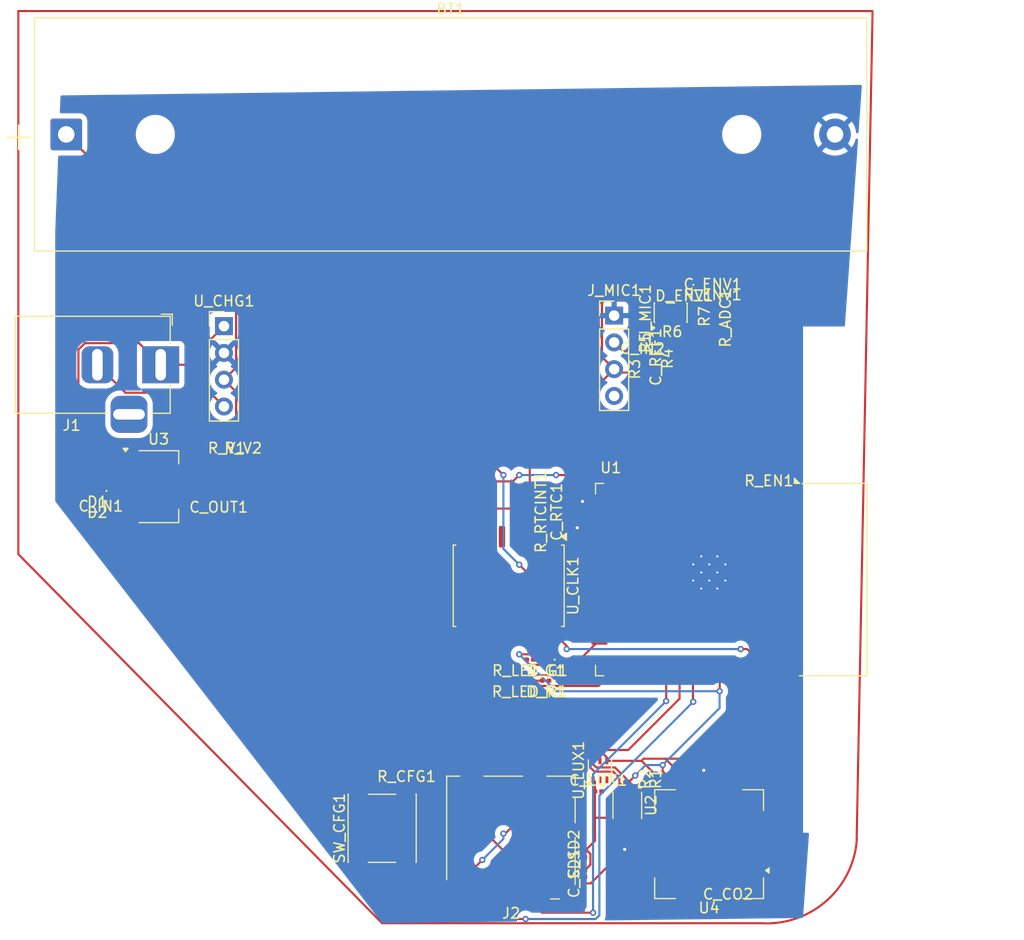
<source format=kicad_pcb>
(kicad_pcb (version 20241229) (generator "pcbnew") (generator_version "9.0")
  (layers (0 "F.Cu" signal) (2 "B.Cu" signal) (13 "F.Paste" user) (15 "B.Paste" user) (5 "F.SilkS" user "F.Silkscreen") (7 "B.SilkS" user "B.Silkscreen") (1 "F.Mask" user) (3 "B.Mask" user) (25 "Edge.Cuts" user))
  (net 0 "")
  (net 1 "GND")
  (net 2 "/VBAT")
  (net 3 "+3V3")
  (net 4 "/MIC_ENV")
  (net 5 "/VREG_IN")
  (net 6 "/MIC_IN_COUP")
  (net 7 "/MIC_IN_AC")
  (net 8 "/VREF_MID")
  (net 9 "/VIN_5V")
  (net 10 "/MIC_AMP_OUT")
  (net 11 "Net-(D_G1-A)")
  (net 12 "Net-(D_R1-A)")
  (net 13 "Net-(U_CHG1-Pin_4)")
  (net 14 "/SPI_MOSI")
  (net 16 "/SPI_CS_SD")
  (net 18 "/SPI_SCK")
  (net 19 "/SPI_MISO")
  (net 20 "/I2C_SDA")
  (net 21 "/I2C_SCL")
  (net 22 "Net-(U_MIC1--)")
  (net 23 "/ADC_MIC")
  (net 24 "/BTN_CFG")
  (net 25 "Net-(U1-EN)")
  (net 26 "/LED_G")
  (net 27 "/LED_R")
  (net 28 "Net-(U1-IO27)")
  (net 29 "/ADC_VBAT")
  (footprint "Diode_SMD:D_0201_0603Metric" (layer "F.Cu") (at 169.155 96.46 180)
    (property "Reference" "D_ENV1")
    (property "Value" "D_Schottky")
  )
  (footprint "Resistor_SMD:R_0201_0603Metric" (layer "F.Cu") (at 166.5 143.32 90)
    (property "Reference" "R2")
    (property "Value" "4.7k")
  )
  (footprint "Resistor_SMD:R_0201_0603Metric" (layer "F.Cu") (at 171.845 98.46)
    (property "Reference" "R_ENV1")
    (property "Value" "100k")
  )
  (footprint "Resistor_SMD:R_0201_0603Metric" (layer "F.Cu") (at 154.5 134 180)
    (property "Reference" "R_LED_R1")
    (property "Value" "1k")
  )
  (footprint "Resistor_SMD:R_0201_0603Metric" (layer "F.Cu") (at 166.5 103.46 -90)
    (property "Reference" "R4")
    (property "Value" "100k")
  )
  (footprint "Resistor_SMD:R_0201_0603Metric" (layer "F.Cu") (at 125.755 113)
    (property "Reference" "R_V1")
    (property "Value" "220k")
  )
  (footprint "Connector_Card:microSD_HC_Molex_104031-0811" (layer "F.Cu") (at 152.73 148.875 180)
    (property "Reference" "J2")
    (property "Value" "Micro_SD_Card")
  )
  (footprint "Resistor_SMD:R_0201_0603Metric" (layer "F.Cu") (at 170 99.46 -90)
    (property "Reference" "R7")
    (property "Value" "100k")
  )
  (footprint "Resistor_SMD:R_0201_0603Metric" (layer "F.Cu") (at 172 99.615 -90)
    (property "Reference" "R_ADC1")
    (property "Value" "1k")
  )
  (footprint "Resistor_SMD:R_0201_0603Metric" (layer "F.Cu") (at 167.5 143.295 90)
    (property "Reference" "R1")
    (property "Value" "4.7k")
  )
  (footprint "Connector_PinHeader_2.54mm:PinHeader_1x04_P2.54mm_Vertical" (layer "F.Cu") (at 125.5 100.38)
    (property "Reference" "U_CHG1")
    (property "Value" "Conn_01x04")
  )
  (footprint "Capacitor_SMD:C_0201_0603Metric" (layer "F.Cu") (at 159.745 152.28 90)
    (property "Reference" "C_SD1")
    (property "Value" "10uF")
  )
  (footprint "Diode_SMD:D_0201_0603Metric" (layer "F.Cu") (at 113.5 116 180)
    (property "Reference" "D1")
    (property "Value" "D_Schottky")
  )
  (footprint "Connector_PinHeader_2.54mm:PinHeader_1x04_P2.54mm_Vertical" (layer "F.Cu") (at 162.5 99.38)
    (property "Reference" "J_MIC1")
    (property "Value" "Conn_01x03_Pin")
  )
  (footprint "Resistor_SMD:R_0201_0603Metric" (layer "F.Cu") (at 166.5 101.96 90)
    (property "Reference" "R5")
    (property "Value" "100k")
  )
  (footprint "Capacitor_SMD:C_0201_0603Metric" (layer "F.Cu") (at 171.845 97.46)
    (property "Reference" "C_ENV1")
    (property "Value" "2.2uF")
  )
  (footprint "Diode_SMD:D_0201_0603Metric" (layer "F.Cu") (at 113.5 117 180)
    (property "Reference" "D2")
    (property "Value" "D_Schottky")
  )
  (footprint "Resistor_SMD:R_0201_0603Metric" (layer "F.Cu") (at 154.525 132 180)
    (property "Reference" "R_LED_G1")
    (property "Value" "1k")
  )
  (footprint "Capacitor_SMD:C_0201_0603Metric" (layer "F.Cu") (at 113.82 118.5)
    (property "Reference" "C_IN1")
    (property "Value" "10uF")
  )
  (footprint "Package_TO_SOT_SMD:SOT-223-3_TabPin2" (layer "F.Cu") (at 119.3 115.6)
    (property "Reference" "U3")
    (property "Value" "AMS1117-3.3")
  )
  (footprint "Capacitor_SMD:C_0201_0603Metric" (layer "F.Cu") (at 167.5 103.305 90)
    (property "Reference" "C_REF1")
    (property "Value" "10uF")
  )
  (footprint "Capacitor_SMD:C_0201_0603Metric" (layer "F.Cu") (at 173.305 155.3)
    (property "Reference" "C_CO2")
    (property "Value" "100nF")
  )
  (footprint "Resistor_SMD:R_0201_0603Metric" (layer "F.Cu") (at 165.5 104.46 90)
    (property "Reference" "R3")
    (property "Value" "100k")
  )
  (footprint "Resistor_SMD:R_0201_0603Metric" (layer "F.Cu") (at 154.5 118 -90)
    (property "Reference" "R_RTCINT1")
    (property "Value" "10k")
  )
  (footprint "Sensor:Sensirion_SCD4x-1EP_10.1x10.1mm_P1.25mm_EP4.8x4.8mm" (layer "F.Cu") (at 171.505 149.5 180)
    (property "Reference" "U4")
    (property "Value" "SCD40-D-R2")
  )
  (footprint "Capacitor_SMD:C_0201_0603Metric" (layer "F.Cu") (at 165.18 101.46 180)
    (property "Reference" "C_IN2")
    (property "Value" "C")
  )
  (footprint "Button_Switch_SMD:SW_SPST_PTS645Sx43SMTR92" (layer "F.Cu") (at 140.5 148 90)
    (property "Reference" "SW_CFG1")
    (property "Value" "SW_Push")
  )
  (footprint "Connector_BarrelJack:BarrelJack_Horizontal" (layer "F.Cu") (at 119.5 104.0425)
    (property "Reference" "J1")
    (property "Value" "Barrel_Jack")
  )
  (footprint "Capacitor_SMD:C_0201_0603Metric" (layer "F.Cu") (at 125 116.5 180)
    (property "Reference" "C_OUT1")
    (property "Value" "10uF")
  )
  (footprint "Resistor_SMD:R_0201_0603Metric" (layer "F.Cu") (at 127.32 113)
    (property "Reference" "R_V2")
    (property "Value" "150k")
  )
  (footprint "LED_SMD:LED_0201_0603Metric" (layer "F.Cu") (at 156 134 180)
    (property "Reference" "D_R1")
    (property "Value" "LED")
  )
  (footprint "Resistor_SMD:R_0201_0603Metric" (layer "F.Cu") (at 177.18 114 180)
    (property "Reference" "R_EN1")
    (property "Value" "10k")
  )
  (footprint "RF_Module:ESP32-WROOM-32" (layer "F.Cu") (at 170.615 124.4175 -90)
    (property "Reference" "U1")
    (property "Value" "ESP32-WROOM-32")
  )
  (footprint "Battery:BatteryHolder_MPD_BH-18650-PC" (layer "F.Cu") (at 110.545 82.2)
    (property "Reference" "BT1")
    (property "Value" "Battery_Cell")
  )
  (footprint "LED_SMD:LED_0201_0603Metric" (layer "F.Cu") (at 156 132 180)
    (property "Reference" "D_G1")
    (property "Value" "LED")
  )
  (footprint "Capacitor_SMD:C_0201_0603Metric" (layer "F.Cu") (at 156 118 -90)
    (property "Reference" "C_RTC1")
    (property "Value" "100nF")
  )
  (footprint "Capacitor_SMD:C_0201_0603Metric" (layer "F.Cu") (at 161 144.5)
    (property "Reference" "C_LUX1")
    (property "Value" "100nF")
  )
  (footprint "Package_TO_SOT_SMD:SOT-23-5" (layer "F.Cu") (at 167.8625 99.0975 90)
    (property "Reference" "U_MIC1")
    (property "Value" "LMV321")
  )
  (footprint "Resistor_SMD:R_0201_0603Metric" (layer "F.Cu") (at 142.81 142.04 180)
    (property "Reference" "R_CFG1")
    (property "Value" "10k")
  )
  (footprint "Package_SO:SOIC-16W_7.5x10.3mm_P1.27mm" (layer "F.Cu") (at 152.5 125 -90)
    (property "Reference" "U_CLK1")
    (property "Value" "DS3231M")
  )
  (footprint "OptoDevice:Lite-On_LTR-303ALS-01" (layer "F.Cu") (at 161.155 142.5 90)
    (property "Reference" "U_LUX1")
    (property "Value" "LTR-303ALS-01")
  )
  (footprint "Sensor_Humidity:Sensirion_DFN-8-1EP_2.5x2.5mm_P0.5mm_EP1.1x1.7mm" (layer "F.Cu") (at 163.75 145.825 -90)
    (property "Reference" "U2")
    (property "Value" "SHT31-DIS")
  )
  (footprint "Capacitor_SMD:C_0201_0603Metric" (layer "F.Cu") (at 159.745 150.445 90)
    (property "Reference" "C_SD2")
    (property "Value" "100nF")
  )
  (footprint "Resistor_SMD:R_0201_0603Metric" (layer "F.Cu") (at 168 101.96)
    (property "Reference" "R6")
    (property "Value" "10k")
  )
  (gr_line (start 187 70.5) (end 106 70.5) (stroke (width 0.2)) (layer "F.Cu") (net 18))
  (gr_arc (start 185.474022 149.502396) (mid 182.465891 155.021297) (end 176.5 157) (stroke (width 0.2)) (layer "F.Cu") (net 18))
  (gr_line (start 140.5 157) (end 176.5 157) (stroke (width 0.2)) (layer "F.Cu") (net 18))
  (gr_line (start 106 70.5) (end 106 122) (stroke (width 0.2)) (layer "F.Cu") (net 18))
  (gr_line (start 185.5 149) (end 187 71) (stroke (width 0.2)) (layer "F.Cu") (net 18))
  (gr_line (start 185.474021 149.502396) (end 185.521298 149) (stroke (width 0.2)) (layer "F.Cu") (net 18))
  (gr_line (start 187 71) (end 187 70.5) (stroke (width 0.2)) (layer "F.Cu") (net 18))
  (gr_line (start 106 122) (end 140.5 157) (stroke (width 0.2)) (layer "F.Cu") (net 18))
  (segment (start 126.651 104.309) (end 125.5 105.46) (width 0.2) (layer "F.Cu") (net 2))
  (segment (start 125.435 113) (end 125.435 112.800001) (width 0.2) (layer "F.Cu") (net 2))
  (segment (start 110.545 82.2) (end 126.651 98.306) (width 0.2) (layer "F.Cu") (net 2))
  (segment (start 126.651 98.306) (end 126.651 104.309) (width 0.2) (layer "F.Cu") (net 2))
  (segment (start 154.405 123.905) (end 153.5 123) (width 0.2) (layer "F.Cu") (net 2))
  (segment (start 126.651 106.611) (end 125.5 105.46) (width 0.2) (layer "F.Cu") (net 2))
  (segment (start 125.435 112.800001) (end 126.617501 111.617501) (width 0.2) (layer "F.Cu") (net 2))
  (segment (start 126.617501 111.617501) (end 149.117501 111.617501) (width 0.2) (layer "F.Cu") (net 2))
  (segment (start 126.651 111.584001) (end 126.651 106.611) (width 0.2) (layer "F.Cu") (net 2))
  (segment (start 126.617501 111.617501) (end 126.651 111.584001) (width 0.2) (layer "F.Cu") (net 2))
  (segment (start 149.117501 111.617501) (end 152 114.5) (width 0.2) (layer "F.Cu") (net 2))
  (segment (start 154.405 129.65) (end 154.405 123.905) (width 0.2) (layer "F.Cu") (net 2))
  (via (at 152 114.5) (size 0.6) (drill 0.3) (layers "F.Cu" "B.Cu") (net 2))
  (via (at 153.5 123) (size 0.6) (drill 0.3) (layers "F.Cu" "B.Cu") (net 2))
  (segment (start 152 114.5) (end 152 121.5) (width 0.2) (layer "B.Cu") (net 2))
  (segment (start 152 121.5) (end 153.5 123) (width 0.2) (layer "B.Cu") (net 2))
  (segment (start 160.68 143.575) (end 160.505 143.4) (width 0.2) (layer "F.Cu") (net 3))
  (segment (start 156 120.025) (end 155.675 120.35) (width 0.2) (layer "F.Cu") (net 3))
  (segment (start 142.791001 141.539) (end 143.42887 141.539) (width 0.2) (layer "F.Cu") (net 3))
  (segment (start 174.404 146.601) (end 174.404 152.399) (width 0.2) (layer "F.Cu") (net 3))
  (segment (start 159.745 150.125) (end 153.05513 150.125) (width 0.2) (layer "F.Cu") (net 3))
  (segment (start 161.54 97.96) (end 166.9125 97.96) (width 0.2) (layer "F.Cu") (net 3))
  (segment (start 159.6905 118.32) (end 160.5105 117.5) (width 0.2) (layer "F.Cu") (net 3))
  (segment (start 172.985 153.88) (end 172.755 153.65) (width 0.2) (layer "F.Cu") (net 3))
  (segment (start 172.755 144.917914) (end 179.616 138.056914) (width 0.2) (layer "F.Cu") (net 3))
  (segment (start 163.5 147) (end 163 147) (width 0.2) (layer "F.Cu") (net 3))
  (segment (start 162.5 104.46) (end 162.82 104.78) (width 0.2) (layer "F.Cu") (net 3))
  (segment (start 152.535 150.64513) (end 152.535 154.325) (width 0.2) (layer "F.Cu") (net 3))
  (segment (start 143.42887 141.539) (end 152.535 150.64513) (width 0.2) (layer "F.Cu") (net 3))
  (segment (start 167.475 143.64) (end 167.5 143.615) (width 0.2) (layer "F.Cu") (net 3))
  (segment (start 172.985 155.3) (end 168.8 155.3) (width 0.2) (layer "F.Cu") (net 3))
  (segment (start 174.404 152.399) (end 173.573914 152.399) (width 0.2) (layer "F.Cu") (net 3))
  (segment (start 162.82 104.78) (end 165.5 104.78) (width 0.2) (layer "F.Cu") (net 3))
  (segment (start 161.349 98.151) (end 161.54 97.96) (width 0.2) (layer "F.Cu") (net 3))
  (segment (start 124.68 116.5) (end 121.5 116.5) (width 0.2) (layer "F.Cu") (net 3))
  (segment (start 160.68 149.19) (end 159.745 150.125) (width 0.2) (layer "F.Cu") (net 3))
  (segment (start 163.5 147.502) (end 163.574 147.576) (width 0.2) (layer "F.Cu") (net 3))
  (segment (start 160.246 151.459) (end 159.745 151.96) (width 0.2) (layer "F.Cu") (net 3))
  (segment (start 163.574 147.576) (end 164.926 147.576) (width 0.2) (layer "F.Cu") (net 3))
  (segment (start 156 118.32) (end 156 120.025) (width 0.2) (layer "F.Cu") (net 3))
  (segment (start 153.05513 150.125) (end 152.535 150.64513) (width 0.2) (layer "F.Cu") (net 3))
  (segment (start 172.755 145.782086) (end 173.573914 146.601) (width 0.2) (layer "F.Cu") (net 3))
  (segment (start 166.5 146.002) (end 166.5 143.64) (width 0.2) (layer "F.Cu") (net 3))
  (segment (start 142.49 141.840001) (end 142.791001 141.539) (width 0.2) (layer "F.Cu") (net 3))
  (segment (start 172.755 153.217914) (end 172.755 153.65) (width 0.2) (layer "F.Cu") (net 3))
  (segment (start 163 147) (end 160.68 147) (width 0.2) (layer "F.Cu") (net 3))
  (segment (start 164.926 147.576) (end 166.001 146.501) (width 0.2) (layer "F.Cu") (net 3))
  (segment (start 156 118.32) (end 159.6905 118.32) (width 0.2) (layer "F.Cu") (net 3))
  (segment (start 159.944999 150.125) (end 159.745 150.125) (width 0.2) (layer "F.Cu") (net 3))
  (segment (start 160.5105 117.5) (end 176.7125 117.5) (width 0.2) (layer "F.Cu") (net 3))
  (segment (start 160.246 150.426001) (end 159.944999 150.125) (width 0.2) (layer "F.Cu") (net 3))
  (segment (start 179.616 118.6385) (end 177.595 116.6175) (width 0.2) (layer "F.Cu") (net 3))
  (segment (start 173.573914 146.601) (end 174.404 146.601) (width 0.2) (layer "F.Cu") (net 3))
  (segment (start 154.65987 117.68) (end 154.5 117.68) (width 0.2) (layer "F.Cu") (net 3))
  (segment (start 116.15 115.6) (end 122.45 115.6) (width 0.2) (layer "F.Cu") (net 3))
  (segment (start 155.29987 118.32) (end 154.65987 117.68) (width 0.2) (layer "F.Cu") (net 3))
  (segment (start 172.755 145.35) (end 172.755 145.782086) (width 0.2) (layer "F.Cu") (net 3))
  (segment (start 154.5 117.68) (end 154.5 112.46) (width 0.2) (layer "F.Cu") (net 3))
  (segment (start 176.7125 117.5) (end 177.595 116.6175) (width 0.2) (layer "F.Cu") (net 3))
  (segment (start 179.616 138.056914) (end 179.616 118.6385) (width 0.2) (layer "F.Cu") (net 3))
  (segment (start 160.68 144.5) (end 160.68 143.575) (width 0.2) (layer "F.Cu") (net 3))
  (segment (start 166.001 146.501) (end 166.5 146.002) (width 0.2) (layer "F.Cu") (net 3))
  (segment (start 173.573914 152.399) (end 172.755 153.217914) (width 0.2) (layer "F.Cu") (net 3))
  (segment (start 162.5 104.46) (end 161.349 103.309) (width 0.2) (layer "F.Cu") (net 3))
  (segment (start 142.49 142.04) (end 142.49 141.840001) (width 0.2) (layer "F.Cu") (net 3))
  (segment (start 168.8 155.3) (end 166.001 152.501) (width 0.2) (layer "F.Cu") (net 3))
  (segment (start 177.595 116.6175) (end 177.595 115.6675) (width 0.2) (layer "F.Cu") (net 3))
  (segment (start 177.5 115.5725) (end 177.595 115.6675) (width 0.2) (layer "F.Cu") (net 3))
  (segment (start 125.660001 117.68) (end 154.5 117.68) (width 0.2) (layer "F.Cu") (net 3))
  (segment (start 156 118.32) (end 155.29987 118.32) (width 0.2) (layer "F.Cu") (net 3))
  (segment (start 160.68 144.5) (end 160.68 147) (width 0.2) (layer "F.Cu") (net 3))
  (segment (start 123.35 116.5) (end 122.45 115.6) (width 0.2) (layer "F.Cu") (net 3))
  (segment (start 166.001 152.501) (end 166.001 146.501) (width 0.2) (layer "F.Cu") (net 3))
  (segment (start 124.68 116.699999) (end 125.660001 117.68) (width 0.2) (layer "F.Cu") (net 3))
  (segment (start 161.349 103.309) (end 161.349 98.151) (width 0.2) (layer "F.Cu") (net 3))
  (segment (start 163.5 147) (end 163.5 147.502) (width 0.2) (layer "F.Cu") (net 3))
  (segment (start 166.5 143.64) (end 167.475 143.64) (width 0.2) (layer "F.Cu") (net 3))
  (segment (start 124.68 116.5) (end 124.68 116.699999) (width 0.2) (layer "F.Cu") (net 3))
  (segment (start 177.5 114) (end 177.5 115.5725) (width 0.2) (layer "F.Cu") (net 3))
  (segment (start 124.68 116.5) (end 123.35 116.5) (width 0.2) (layer "F.Cu") (net 3))
  (segment (start 172.985 155.3) (end 172.985 153.88) (width 0.2) (layer "F.Cu") (net 3))
  (segment (start 160.68 147) (end 160.68 149.19) (width 0.2) (layer "F.Cu") (net 3))
  (segment (start 154.5 112.46) (end 162.5 104.46) (width 0.2) (layer "F.Cu") (net 3))
  (segment (start 172.755 145.35) (end 172.755 144.917914) (width 0.2) (layer "F.Cu") (net 3))
  (segment (start 160.246 150.426001) (end 160.246 151.459) (width 0.2) (layer "F.Cu") (net 3))
  (segment (start 172.165 97.260001) (end 172.165 97.46) (width 0.2) (layer "F.Cu") (net 4))
  (segment (start 171.364999 96.46) (end 172.165 97.260001) (width 0.2) (layer "F.Cu") (net 4))
  (segment (start 172.165 98.46) (end 172.165 97.46) (width 0.2) (layer "F.Cu") (net 4))
  (segment (start 172 99.295) (end 172.165 99.13) (width 0.2) (layer "F.Cu") (net 4))
  (segment (start 169.475 96.46) (end 171.364999 96.46) (width 0.2) (layer "F.Cu") (net 4))
  (segment (start 172.165 99.13) (end 172.165 98.46) (width 0.2) (layer "F.Cu") (net 4))
  (segment (start 115.55 118.5) (end 116.15 117.9) (width 0.2) (layer "F.Cu") (net 5))
  (segment (start 113.82 116) (end 113.82 117) (width 0.2) (layer "F.Cu") (net 5))
  (segment (start 114.14 117.32) (end 114.14 118.5) (width 0.2) (layer "F.Cu") (net 5))
  (segment (start 113.82 117) (end 114.14 117.32) (width 0.2) (layer "F.Cu") (net 5))
  (segment (start 114.14 118.5) (end 115.55 118.5) (width 0.2) (layer "F.Cu") (net 5))
  (segment (start 165.5 101.46) (end 166.32 101.46) (width 0.2) (layer "F.Cu") (net 6))
  (segment (start 166.32 101.46) (end 166.5 101.64) (width 0.2) (layer "F.Cu") (net 6))
  (segment (start 166.5 101.64) (end 166.5 100.6475) (width 0.2) (layer "F.Cu") (net 6))
  (segment (start 166.5 100.6475) (end 166.9125 100.235) (width 0.2) (layer "F.Cu") (net 6))
  (segment (start 163.55 102.77) (end 164.86 101.46) (width 0.2) (layer "F.Cu") (net 7))
  (segment (start 162.5 101.92) (end 163.35 102.77) (width 0.2) (layer "F.Cu") (net 7))
  (segment (start 163.35 102.77) (end 163.55 102.77) (width 0.2) (layer "F.Cu") (net 7))
  (segment (start 166.5 103.14) (end 166.300001 103.14) (width 0.2) (layer "F.Cu") (net 8))
  (segment (start 167.68 102.805) (end 167.5 102.985) (width 0.2) (layer "F.Cu") (net 8))
  (segment (start 166.300001 103.14) (end 165.5 103.940001) (width 0.2) (layer "F.Cu") (net 8))
  (segment (start 166.655 102.985) (end 166.5 103.14) (width 0.2) (layer "F.Cu") (net 8))
  (segment (start 165.5 103.940001) (end 165.5 104.14) (width 0.2) (layer "F.Cu") (net 8))
  (segment (start 167.68 101.96) (end 167.68 102.805) (width 0.2) (layer "F.Cu") (net 8))
  (segment (start 166.5 102.28) (end 166.5 103.14) (width 0.2) (layer "F.Cu") (net 8))
  (segment (start 167.5 102.985) (end 166.655 102.985) (width 0.2) (layer "F.Cu") (net 8))
  (segment (start 117.449 101.9915) (end 112.31466 101.9915) (width 0.2) (layer "F.Cu") (net 9))
  (segment (start 119.5 104.0425) (end 121.8375 104.0425) (width 0.2) (layer "F.Cu") (net 9))
  (segment (start 119.5 104.0425) (end 117.449 101.9915) (width 0.2) (layer "F.Cu") (net 9))
  (segment (start 111.699 114.519) (end 113.18 116) (width 0.2) (layer "F.Cu") (net 9))
  (segment (start 121.8375 104.0425) (end 125.5 100.38) (width 0.2) (layer "F.Cu") (net 9))
  (segment (start 111.699 102.60716) (end 111.699 114.519) (width 0.2) (layer "F.Cu") (net 9))
  (segment (start 112.31466 101.9915) (end 111.699 102.60716) (width 0.2) (layer "F.Cu") (net 9))
  (segment (start 168.8125 97.96) (end 168.8125 96.4825) (width 0.2) (layer "F.Cu") (net 10))
  (segment (start 170 99.14) (end 169.9925 99.14) (width 0.2) (layer "F.Cu") (net 10))
  (segment (start 169.9925 99.14) (end 168.8125 97.96) (width 0.2) (layer "F.Cu") (net 10))
  (segment (start 168.8125 96.4825) (end 168.835 96.46) (width 0.2) (layer "F.Cu") (net 10))
  (segment (start 155.68 132) (end 154.845 132) (width 0.2) (layer "F.Cu") (net 11))
  (segment (start 155.68 134) (end 154.82 134) (width 0.2) (layer "F.Cu") (net 12))
  (segment (start 116.149 106.6915) (end 113.5 104.0425) (width 0.2) (layer "F.Cu") (net 13))
  (segment (start 124.1915 106.6915) (end 116.149 106.6915) (width 0.2) (layer "F.Cu") (net 13))
  (segment (start 125.5 108) (end 124.1915 106.6915) (width 0.2) (layer "F.Cu") (net 13))
  (segment (start 153.986 153.224) (end 160.276 153.224) (width 0.2) (layer "F.Cu") (net 14))
  (segment (start 153.635 154.325) (end 153.635 153.575) (width 0.2) (layer "F.Cu") (net 14))
  (segment (start 153.635 153.575) (end 153.986 153.224) (width 0.2) (layer "F.Cu") (net 14))
  (segment (start 160.276 153.224) (end 163.5 150) (width 0.2) (layer "F.Cu") (net 14))
  (segment (start 177.595 135.905) (end 171 142.5) (width 0.2) (layer "F.Cu") (net 14))
  (segment (start 177.595 133.1675) (end 177.595 135.905) (width 0.2) (layer "F.Cu") (net 14))
  (via (at 163.5 150) (size 0.6) (drill 0.3) (layers "F.Cu" "B.Cu") (net 14))
  (via (at 171 142.5) (size 0.6) (drill 0.3) (layers "F.Cu" "B.Cu") (net 14))
  (segment (start 171 142.5) (end 163.5 150) (width 0.2) (layer "B.Cu") (net 14))
  (segment (start 167.435 133.1675) (end 167.435 135.935) (width 0.2) (layer "F.Cu") (net 16))
  (segment (start 155.66 156) (end 154.735 155.075) (width 0.2) (layer "F.Cu") (net 16))
  (segment (start 154.735 155.075) (end 154.735 154.325) (width 0.2) (layer "F.Cu") (net 16))
  (segment (start 160.5 156) (end 155.66 156) (width 0.2) (layer "F.Cu") (net 16))
  (via (at 160.5 156) (size 0.6) (drill 0.3) (layers "F.Cu" "B.Cu") (net 16))
  (via (at 167.435 135.935) (size 0.6) (drill 0.3) (layers "F.Cu" "B.Cu") (net 16))
  (segment (start 167.435 135.935) (end 160.5 142.87) (width 0.2) (layer "B.Cu") (net 16))
  (segment (start 160.5 142.87) (end 160.5 156) (width 0.2) (layer "B.Cu") (net 16))
  (segment (start 169.975 133.1675) (end 169.975 135.975) (width 0.2) (layer "F.Cu") (net 18))
  (segment (start 154.101 156.601) (end 152.961 156.601) (width 0.2) (layer "F.Cu") (net 18))
  (segment (start 169.975 135.975) (end 170 136) (width 0.2) (layer "F.Cu") (net 18))
  (segment (start 151.435 155.075) (end 151.435 154.325) (width 0.2) (layer "F.Cu") (net 18))
  (segment (start 152.961 156.601) (end 151.435 155.075) (width 0.2) (layer "F.Cu") (net 18))
  (via (at 170 136) (size 0.6) (drill 0.3) (layers "F.Cu" "B.Cu") (net 18))
  (via (at 154.101 156.601) (size 0.6) (drill 0.3) (layers "F.Cu" "B.Cu") (net 18))
  (segment (start 160.748943 156.601) (end 154.101 156.601) (width 0.2) (layer "B.Cu") (net 18))
  (segment (start 161.101 144.899) (end 161.101 156.248943) (width 0.2) (layer "B.Cu") (net 18))
  (segment (start 161.101 156.248943) (end 160.748943 156.601) (width 0.2) (layer "B.Cu") (net 18))
  (segment (start 170 136) (end 161.101 144.899) (width 0.2) (layer "B.Cu") (net 18))
  (segment (start 160.106076 140.573) (end 152.179076 148.5) (width 0.2) (layer "F.Cu") (net 19))
  (segment (start 149.235 154.325) (end 149.235 151.765) (width 0.2) (layer "F.Cu") (net 19))
  (segment (start 149.235 151.765) (end 150 151) (width 0.2) (layer "F.Cu") (net 19))
  (segment (start 163.837 140.573) (end 160.106076 140.573) (width 0.2) (layer "F.Cu") (net 19))
  (segment (start 152 148.5) (end 152.179076 148.5) (width 0.2) (layer "F.Cu") (net 19))
  (segment (start 168.705 135.705) (end 163.837 140.573) (width 0.2) (layer "F.Cu") (net 19))
  (segment (start 168.705 133.1675) (end 168.705 135.705) (width 0.2) (layer "F.Cu") (net 19))
  (via (at 150 151) (size 0.6) (drill 0.3) (layers "F.Cu" "B.Cu") (net 19))
  (via (at 152 148.5) (size 0.6) (drill 0.3) (layers "F.Cu" "B.Cu") (net 19))
  (segment (start 152 149) (end 152 148.5) (width 0.2) (layer "B.Cu") (net 19))
  (segment (start 150 151) (end 152 149) (width 0.2) (layer "B.Cu") (net 19))
  (segment (start 164.5 144.65) (end 164.5 144.148) (width 0.2) (layer "F.Cu") (net 20))
  (segment (start 154.5 131.5) (end 153.5 131.5) (width 0.2) (layer "F.Cu") (net 20))
  (segment (start 167.5 142.975) (end 167.475 142.975) (width 0.2) (layer "F.Cu") (net 20))
  (segment (start 164.5 144.148) (end 163.926 143.574) (width 0.2) (layer "F.Cu") (net 20))
  (segment (start 160.806001 142.226) (end 160.505 141.924999) (width 0.2) (layer "F.Cu") (net 20))
  (segment (start 155.675 130.325) (end 154.5 131.5) (width 0.2) (layer "F.Cu") (net 20))
  (segment (start 163.926 143.574) (end 164.5 143) (width 0.2) (layer "F.Cu") (net 20))
  (segment (start 167.475 142.975) (end 167.101 142.601) (width 0.2) (layer "F.Cu") (net 20))
  (segment (start 172.5 135) (end 172.515 134.985) (width 0.2) (layer "F.Cu") (net 20))
  (segment (start 160.505 141.924999) (end 160.505 141.6) (width 0.2) (layer "F.Cu") (net 20))
  (segment (start 162.578 142.226) (end 160.806001 142.226) (width 0.2) (layer "F.Cu") (net 20))
  (segment (start 169.005 144.280001) (end 167.699999 142.975) (width 0.2) (layer "F.Cu") (net 20))
  (segment (start 155.675 129.65) (end 155.675 130.325) (width 0.2) (layer "F.Cu") (net 20))
  (segment (start 167.699999 142.975) (end 167.5 142.975) (width 0.2) (layer "F.Cu") (net 20))
  (segment (start 163.926 143.574) (end 162.578 142.226) (width 0.2) (layer "F.Cu") (net 20))
  (segment (start 172.515 133.1675) (end 172.515 134.985) (width 0.2) (layer "F.Cu") (net 20))
  (segment (start 167.101 142.601) (end 167.101 142) (width 0.2) (layer "F.Cu") (net 20))
  (segment (start 169.005 145.35) (end 169.005 144.280001) (width 0.2) (layer "F.Cu") (net 20))
  (via (at 167.101 142) (size 0.6) (drill 0.3) (layers "F.Cu" "B.Cu") (net 20))
  (via (at 164.5 143) (size 0.6) (drill 0.3) (layers "F.Cu" "B.Cu") (net 20))
  (via (at 153.5 131.5) (size 0.6) (drill 0.3) (layers "F.Cu" "B.Cu") (net 20))
  (via (at 172.5 135) (size 0.6) (drill 0.3) (layers "F.Cu" "B.Cu") (net 20))
  (segment (start 153.5 131.5) (end 157 135) (width 0.2) (layer "B.Cu") (net 20))
  (segment (start 172.5 136.601) (end 167.101 142) (width 0.2) (layer "B.Cu") (net 20))
  (segment (start 164.5 143) (end 165.5 142) (width 0.2) (layer "B.Cu") (net 20))
  (segment (start 172.5 135) (end 172.5 136.601) (width 0.2) (layer "B.Cu") (net 20))
  (segment (start 165.5 142) (end 167.101 142) (width 0.2) (layer "B.Cu") (net 20))
  (segment (start 157 135) (end 172.5 135) (width 0.2) (layer "B.Cu") (net 20))
  (segment (start 163 144.65) (end 163 143.2151) (width 0.2) (layer "F.Cu") (net 21))
  (segment (start 165.301 141.399) (end 165.1 141.6) (width 0.2) (layer "F.Cu") (net 21))
  (segment (start 176.325 134.1175) (end 176.325 133.1675) (width 0.2) (layer "F.Cu") (net 21))
  (segment (start 170.255 145.35) (end 170.255 144.304057) (width 0.2) (layer "F.Cu") (net 21))
  (segment (start 170.255 144.304057) (end 167.349943 141.399) (width 0.2) (layer "F.Cu") (net 21))
  (segment (start 160.272176 140.974) (end 161.503999 140.974) (width 0.2) (layer "F.Cu") (net 21))
  (segment (start 160.639901 142.627) (end 160.054 142.041099) (width 0.2) (layer "F.Cu") (net 21))
  (segment (start 175.1075 131) (end 176.325 132.2175) (width 0.2) (layer "F.Cu") (net 21))
  (segment (start 167.349943 141.399) (end 165.301 141.399) (width 0.2) (layer "F.Cu") (net 21))
  (segment (start 169.0435 141.399) (end 176.325 134.1175) (width 0.2) (layer "F.Cu") (net 21))
  (segment (start 158 130.705) (end 158 131) (width 0.2) (layer "F.Cu") (net 21))
  (segment (start 160.054 141.192176) (end 160.272176 140.974) (width 0.2) (layer "F.Cu") (net 21))
  (segment (start 176.325 132.2175) (end 176.325 133.1675) (width 0.2) (layer "F.Cu") (net 21))
  (segment (start 161.805 141.6) (end 165.1 141.6) (width 0.2) (layer "F.Cu") (net 21))
  (segment (start 162.4119 142.627) (end 160.639901 142.627) (width 0.2) (layer "F.Cu") (net 21))
  (segment (start 160.054 142.041099) (end 160.054 141.192176) (width 0.2) (layer "F.Cu") (net 21))
  (segment (start 156.945 129.65) (end 158 130.705) (width 0.2) (layer "F.Cu") (net 21))
  (segment (start 161.805 141.275001) (end 161.805 141.6) (width 0.2) (layer "F.Cu") (net 21))
  (segment (start 165.1 141.6) (end 166.5 143) (width 0.2) (layer "F.Cu") (net 21))
  (segment (start 167.349943 141.399) (end 169.0435 141.399) (width 0.2) (layer "F.Cu") (net 21))
  (segment (start 174.5 131) (end 175.1075 131) (width 0.2) (layer "F.Cu") (net 21))
  (segment (start 163 143.2151) (end 162.4119 142.627) (width 0.2) (layer "F.Cu") (net 21))
  (segment (start 161.503999 140.974) (end 161.805 141.275001) (width 0.2) (layer "F.Cu") (net 21))
  (via (at 158 131) (size 0.6) (drill 0.3) (layers "F.Cu" "B.Cu") (net 21))
  (via (at 174.5 131) (size 0.6) (drill 0.3) (layers "F.Cu" "B.Cu") (net 21))
  (segment (start 158 131) (end 174.5 131) (width 0.2) (layer "B.Cu") (net 21))
  (segment (start 169.2675 99.78) (end 168.8125 100.235) (width 0.2) (layer "F.Cu") (net 22))
  (segment (start 170 99.78) (end 169.2675 99.78) (width 0.2) (layer "F.Cu") (net 22))
  (segment (start 168.8125 101.4675) (end 168.32 101.96) (width 0.2) (layer "F.Cu") (net 22))
  (segment (start 168.8125 100.235) (end 168.8125 101.4675) (width 0.2) (layer "F.Cu") (net 22))
  (segment (start 172 99.935) (end 172 115.1525) (width 0.2) (layer "F.Cu") (net 23))
  (segment (start 172 115.1525) (end 172.515 115.6675) (width 0.2) (layer "F.Cu") (net 23))
  (segment (start 141.959 141.77113) (end 149.22913 134.501) (width 0.2) (layer "F.Cu") (net 24))
  (segment (start 142.75 144.02) (end 141.959 143.229) (width 0.2) (layer "F.Cu") (net 24))
  (segment (start 141.959 143.229) (end 141.959 141.77113) (width 0.2) (layer "F.Cu") (net 24))
  (segment (start 149.22913 134.501) (end 161.0215 134.501) (width 0.2) (layer "F.Cu") (net 24))
  (segment (start 143.13 143.64) (end 143.13 142.04) (width 0.2) (layer "F.Cu") (net 24))
  (segment (start 142.75 144.02) (end 143.13 143.64) (width 0.2) (layer "F.Cu") (net 24))
  (segment (start 161.0215 134.501) (end 162.355 133.1675) (width 0.2) (layer "F.Cu") (net 24))
  (segment (start 142.75 151.98) (end 142.75 144.02) (width 0.2) (layer "F.Cu") (net 24))
  (segment (start 176.325 114.535) (end 176.325 115.6675) (width 0.2) (layer "F.Cu") (net 25))
  (segment (start 176.86 114) (end 176.325 114.535) (width 0.2) (layer "F.Cu") (net 25))
  (segment (start 154.205 132.199999) (end 154.506001 132.501) (width 0.2) (layer "F.Cu") (net 26))
  (segment (start 158.7415 132.501) (end 161.105 130.1375) (width 0.2) (layer "F.Cu") (net 26))
  (segment (start 154.205 132) (end 154.205 132.199999) (width 0.2) (layer "F.Cu") (net 26))
  (segment (start 154.506001 132.501) (end 158.7415 132.501) (width 0.2) (layer "F.Cu") (net 26))
  (segment (start 154.52113 133.499) (end 154.18 133.84013) (width 0.2) (layer "F.Cu") (net 27))
  (segment (start 159.6931 132.1165) (end 158.3106 133.499) (width 0.2) (layer "F.Cu") (net 27))
  (segment (start 163.625 132.6355) (end 163.106 132.1165) (width 0.2) (layer "F.Cu") (net 27))
  (segment (start 154.18 133.84013) (end 154.18 134) (width 0.2) (layer "F.Cu") (net 27))
  (segment (start 158.3106 133.499) (end 154.52113 133.499) (width 0.2) (layer "F.Cu") (net 27))
  (segment (start 163.106 132.1165) (end 159.6931 132.1165) (width 0.2) (layer "F.Cu") (net 27))
  (segment (start 163.625 133.1675) (end 163.625 132.6355) (width 0.2) (layer "F.Cu") (net 27))
  (segment (start 164.895 116.1995) (end 164.0945 117) (width 0.2) (layer "F.Cu") (net 28))
  (segment (start 154.405 120.35) (end 154.405 121.374999) (width 0.2) (layer "F.Cu") (net 28))
  (segment (start 157.285968 121.676) (end 159 119.961968) (width 0.2) (layer "F.Cu") (net 28))
  (segment (start 154.405 121.374999) (end 154.706001 121.676) (width 0.2) (layer "F.Cu") (net 28))
  (segment (start 164.895 115.6675) (end 164.895 116.1995) (width 0.2) (layer "F.Cu") (net 28))
  (segment (start 159 119.961968) (end 159 119.5) (width 0.2) (layer "F.Cu") (net 28))
  (segment (start 154.405 118.415) (end 154.5 118.32) (width 0.2) (layer "F.Cu") (net 28))
  (segment (start 154.706001 121.676) (end 157.285968 121.676) (width 0.2) (layer "F.Cu") (net 28))
  (segment (start 154.405 120.35) (end 154.405 118.415) (width 0.2) (layer "F.Cu") (net 28))
  (segment (start 164.0945 117) (end 159.5 117) (width 0.2) (layer "F.Cu") (net 28))
  (via (at 159 119.5) (size 0.6) (drill 0.3) (layers "F.Cu" "B.Cu") (net 28))
  (via (at 159.5 117) (size 0.6) (drill 0.3) (layers "F.Cu" "B.Cu") (net 28))
  (segment (start 159 119.5) (end 159 117.5) (width 0.2) (layer "B.Cu") (net 28))
  (segment (start 159 117.5) (end 159.5 117) (width 0.2) (layer "B.Cu") (net 28))
  (segment (start 127 113) (end 126.075 113) (width 0.2) (layer "F.Cu") (net 29))
  (segment (start 171.245 115.6675) (end 171.245 115.1355) (width 0.2) (layer "F.Cu") (net 29))
  (segment (start 127 113.199999) (end 128.901001 115.101) (width 0.2) (layer "F.Cu") (net 29))
  (segment (start 170.6095 114.5) (end 157 114.5) (width 0.2) (layer "F.Cu") (net 29))
  (segment (start 171.245 115.1355) (end 170.6095 114.5) (width 0.2) (layer "F.Cu") (net 29))
  (segment (start 127 113) (end 127 113.199999) (width 0.2) (layer "F.Cu") (net 29))
  (segment (start 128.901001 115.101) (end 152.899 115.101) (width 0.2) (layer "F.Cu") (net 29))
  (segment (start 152.899 115.101) (end 153.5 114.5) (width 0.2) (layer "F.Cu") (net 29))
  (via (at 157 114.5) (size 0.6) (drill 0.3) (layers "F.Cu" "B.Cu") (net 29))
  (via (at 153.5 114.5) (size 0.6) (drill 0.3) (layers "F.Cu" "B.Cu") (net 29))
  (segment (start 153.5 114.5) (end 157 114.5) (width 0.2) (layer "B.Cu") (net 29))
  (zone (net 1) (net_name "GND") (layer "B.Cu") (name "GND-NETWORK") (connect_pads (clearance 0.5)) (min_thickness 0.25) (fill yes (thermal_gap 0.5) (thermal_bridge_width 0.5) (smoothing chamfer))
    (polygon (pts (xy 110 78.5) (xy 186 77.5) (xy 180.415 156.5) (xy 140.5 157) (xy 109.5 117) (xy 109.5 91.5)))
  )
)
</source>
